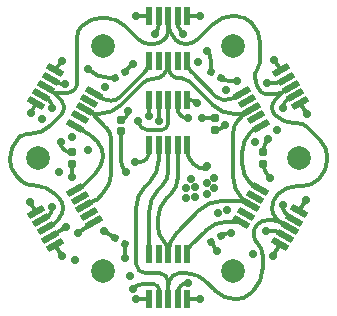
<source format=gtl>
G04*
G04 #@! TF.GenerationSoftware,Altium Limited,Altium Designer,22.7.1 (60)*
G04*
G04 Layer_Physical_Order=1*
G04 Layer_Color=16776960*
%FSLAX43Y43*%
%MOMM*%
G71*
G04*
G04 #@! TF.SameCoordinates,4835CE25-E48C-4DDB-B082-209FFF86AC7D*
G04*
G04*
G04 #@! TF.FilePolarity,Positive*
G04*
G01*
G75*
%ADD12C,0.300*%
%ADD23C,0.300*%
G04:AMPARAMS|DCode=24|XSize=1.5mm|YSize=0.55mm|CornerRadius=0.069mm|HoleSize=0mm|Usage=FLASHONLY|Rotation=90.000|XOffset=0mm|YOffset=0mm|HoleType=Round|Shape=RoundedRectangle|*
%AMROUNDEDRECTD24*
21,1,1.500,0.413,0,0,90.0*
21,1,1.363,0.550,0,0,90.0*
1,1,0.138,0.206,0.681*
1,1,0.138,0.206,-0.681*
1,1,0.138,-0.206,-0.681*
1,1,0.138,-0.206,0.681*
%
%ADD24ROUNDEDRECTD24*%
G04:AMPARAMS|DCode=25|XSize=1.5mm|YSize=0.55mm|CornerRadius=0.069mm|HoleSize=0mm|Usage=FLASHONLY|Rotation=30.000|XOffset=0mm|YOffset=0mm|HoleType=Round|Shape=RoundedRectangle|*
%AMROUNDEDRECTD25*
21,1,1.500,0.413,0,0,30.0*
21,1,1.363,0.550,0,0,30.0*
1,1,0.138,0.693,0.162*
1,1,0.138,-0.487,-0.519*
1,1,0.138,-0.693,-0.162*
1,1,0.138,0.487,0.519*
%
%ADD25ROUNDEDRECTD25*%
G04:AMPARAMS|DCode=26|XSize=1.5mm|YSize=0.55mm|CornerRadius=0.069mm|HoleSize=0mm|Usage=FLASHONLY|Rotation=330.000|XOffset=0mm|YOffset=0mm|HoleType=Round|Shape=RoundedRectangle|*
%AMROUNDEDRECTD26*
21,1,1.500,0.413,0,0,330.0*
21,1,1.363,0.550,0,0,330.0*
1,1,0.138,0.487,-0.519*
1,1,0.138,-0.693,0.162*
1,1,0.138,-0.487,0.519*
1,1,0.138,0.693,-0.162*
%
%ADD26ROUNDEDRECTD26*%
G04:AMPARAMS|DCode=27|XSize=0.61mm|YSize=0.6mm|CornerRadius=0.075mm|HoleSize=0mm|Usage=FLASHONLY|Rotation=212.000|XOffset=0mm|YOffset=0mm|HoleType=Round|Shape=RoundedRectangle|*
%AMROUNDEDRECTD27*
21,1,0.610,0.450,0,0,212.0*
21,1,0.460,0.600,0,0,212.0*
1,1,0.150,-0.314,0.069*
1,1,0.150,0.076,0.313*
1,1,0.150,0.314,-0.069*
1,1,0.150,-0.076,-0.313*
%
%ADD27ROUNDEDRECTD27*%
G04:AMPARAMS|DCode=28|XSize=0.61mm|YSize=0.6mm|CornerRadius=0.075mm|HoleSize=0mm|Usage=FLASHONLY|Rotation=90.000|XOffset=0mm|YOffset=0mm|HoleType=Round|Shape=RoundedRectangle|*
%AMROUNDEDRECTD28*
21,1,0.610,0.450,0,0,90.0*
21,1,0.460,0.600,0,0,90.0*
1,1,0.150,0.225,0.230*
1,1,0.150,0.225,-0.230*
1,1,0.150,-0.225,-0.230*
1,1,0.150,-0.225,0.230*
%
%ADD28ROUNDEDRECTD28*%
G04:AMPARAMS|DCode=29|XSize=0.61mm|YSize=0.6mm|CornerRadius=0.075mm|HoleSize=0mm|Usage=FLASHONLY|Rotation=150.000|XOffset=0mm|YOffset=0mm|HoleType=Round|Shape=RoundedRectangle|*
%AMROUNDEDRECTD29*
21,1,0.610,0.450,0,0,150.0*
21,1,0.460,0.600,0,0,150.0*
1,1,0.150,-0.087,0.310*
1,1,0.150,0.312,0.080*
1,1,0.150,0.087,-0.310*
1,1,0.150,-0.312,-0.080*
%
%ADD29ROUNDEDRECTD29*%
G04:AMPARAMS|DCode=30|XSize=0.61mm|YSize=0.6mm|CornerRadius=0.075mm|HoleSize=0mm|Usage=FLASHONLY|Rotation=210.000|XOffset=0mm|YOffset=0mm|HoleType=Round|Shape=RoundedRectangle|*
%AMROUNDEDRECTD30*
21,1,0.610,0.450,0,0,210.0*
21,1,0.460,0.600,0,0,210.0*
1,1,0.150,-0.312,0.080*
1,1,0.150,0.087,0.310*
1,1,0.150,0.312,-0.080*
1,1,0.150,-0.087,-0.310*
%
%ADD30ROUNDEDRECTD30*%
G04:AMPARAMS|DCode=31|XSize=0.61mm|YSize=0.6mm|CornerRadius=0.075mm|HoleSize=0mm|Usage=FLASHONLY|Rotation=329.000|XOffset=0mm|YOffset=0mm|HoleType=Round|Shape=RoundedRectangle|*
%AMROUNDEDRECTD31*
21,1,0.610,0.450,0,0,329.0*
21,1,0.460,0.600,0,0,329.0*
1,1,0.150,0.081,-0.311*
1,1,0.150,-0.313,-0.074*
1,1,0.150,-0.081,0.311*
1,1,0.150,0.313,0.074*
%
%ADD31ROUNDEDRECTD31*%
%ADD32C,2.000*%
%ADD33C,0.700*%
D12*
X5466Y2300D02*
G03*
X4500Y1900I0J-1366D01*
G01*
X6700Y1900D02*
G03*
X6300Y2300I-400J0D01*
G01*
X9200Y2400D02*
G03*
X8300Y1500I0J-900D01*
G01*
X4976Y12600D02*
G03*
X5700Y12900I0J1024D01*
G01*
D02*
G03*
X5900Y13383I-483J483D01*
G01*
X12466Y7558D02*
G03*
X10670Y6814I0J-2540D01*
G01*
X9414Y5558D02*
G03*
X9100Y4800I758J-758D01*
G01*
X13000Y11352D02*
G03*
X13744Y9556I2540J0D01*
G01*
X11952Y9300D02*
G03*
X10156Y8556I0J-2540D01*
G01*
X8244Y6644D02*
G03*
X7500Y4848I1796J-1796D01*
G01*
Y4993D02*
G03*
X7083Y6000I-1424J0D01*
G01*
X14038Y9262D02*
G03*
X14099Y9214I232J232D01*
G01*
D02*
G03*
X13653Y9300I-446J-1109D01*
G01*
X14178Y9179D02*
G03*
X14099Y9214I-525J-1074D01*
G01*
X14498Y8950D02*
G03*
X14178Y9179I-845J-845D01*
G01*
X6915Y15315D02*
G03*
X7500Y15900I0J585D01*
G01*
X4985Y16100D02*
G03*
X5770Y15315I785J0D01*
G01*
X3500Y16215D02*
G03*
X4100Y16815I0J600D01*
G01*
X14714Y10586D02*
G03*
X15304Y10342I590J590D01*
G01*
X13800Y12349D02*
G03*
X14400Y10900I2049J0D01*
G01*
X14427Y15067D02*
G03*
X13800Y13553I1514J-1514D01*
G01*
X15386Y15693D02*
G03*
X15077Y15565I0J-437D01*
G01*
X15380Y15699D02*
G03*
X14832Y15472I0J-774D01*
G01*
X1361Y18367D02*
G03*
X2700Y17812I1339J1339D01*
G01*
D02*
G03*
X3403Y18103I0J994D01*
G01*
X11989Y19750D02*
G03*
X12593Y19500I603J603D01*
G01*
X9956Y17599D02*
G03*
X9252Y17890I-704J-704D01*
G01*
X15575Y12475D02*
G03*
X16034Y11366I1569J0D01*
G01*
X16000Y14579D02*
G03*
X15575Y13553I1026J-1026D01*
G01*
X7500Y2500D02*
G03*
X6800Y3200I-700J0D01*
G01*
X7900Y3000D02*
G03*
X7500Y2034I966J-966D01*
G01*
X8383Y3200D02*
G03*
X7900Y3000I0J-683D01*
G01*
X11456Y1744D02*
G03*
X13252Y1000I1796J1796D01*
G01*
X10636Y2564D02*
G03*
X9100Y3200I-1536J-1536D01*
G01*
X16300Y8693D02*
G03*
X16649Y7851I1190J0D01*
G01*
X16953Y7547D02*
G03*
X16357Y7700I-596J-1086D01*
G01*
X17233Y7337D02*
G03*
X17562Y7265I329J718D01*
G01*
X17233Y7337D02*
G03*
X16953Y7547I-876J-876D01*
G01*
X15942Y7700D02*
G03*
X15075Y7341I0J-1226D01*
G01*
D02*
G03*
X14744Y6542I799J-799D01*
G01*
D02*
G03*
X15100Y5683I1216J0D01*
G01*
X15500Y4717D02*
G03*
X15100Y5683I-1366J0D01*
G01*
X13252Y1000D02*
G03*
X14494Y1514I0J1756D01*
G01*
X14756Y1776D02*
G03*
X15500Y3573I-1796J1796D01*
G01*
X16800Y9900D02*
G03*
X16300Y8693I1207J-1207D01*
G01*
X18490Y10600D02*
G03*
X16800Y9900I0J-2390D01*
G01*
X18900Y10600D02*
G03*
X20266Y11166I0J1931D01*
G01*
X17333Y6414D02*
G03*
X16400Y6800I-933J-933D01*
G01*
X17200Y8950D02*
G03*
X17510Y8202I1058J0D01*
G01*
X17813Y7898D02*
G03*
X18189Y7743I376J376D01*
G01*
X17813Y7899D02*
G03*
X17813Y7898I376J376D01*
G01*
X16560Y17855D02*
G03*
X16300Y17227I629J-629D01*
G01*
X17643Y18769D02*
G03*
X17355Y18650I0J-408D01*
G01*
X16674Y18360D02*
G03*
X17070Y18524I0J560D01*
G01*
X14900Y19682D02*
G03*
X15380Y18524I1637J0D01*
G01*
D02*
G03*
X15776Y18360I396J396D01*
G01*
X15100Y20600D02*
G03*
X14900Y20117I483J-483D01*
G01*
X15100Y20600D02*
G03*
X15298Y21078I-478J478D01*
G01*
Y22665D02*
G03*
X14580Y24400I-2454J0D01*
G01*
X16300Y17227D02*
G03*
X16560Y16600I886J0D01*
G01*
D02*
G03*
X18250Y15900I1690J1690D01*
G01*
X19236Y15607D02*
G03*
X18528Y15900I-708J-708D01*
G01*
X17412Y17711D02*
G03*
X17200Y17200I511J-511D01*
G01*
X18270Y18292D02*
G03*
X17796Y18095I0J-672D01*
G01*
X16560Y19300D02*
G03*
X17470Y19677I0J1288D01*
G01*
X6234Y22600D02*
G03*
X7200Y23000I0J1366D01*
G01*
X7500Y24514D02*
G03*
X8146Y22954I2207J0D01*
G01*
X9000Y22600D02*
G03*
X10024Y23024I0J1449D01*
G01*
X8146Y22954D02*
G03*
X9000Y22600I854J854D01*
G01*
X13052Y25000D02*
G03*
X11256Y24256I0J-2540D01*
G01*
X8300Y24424D02*
G03*
X8600Y23700I1024J0D01*
G01*
X-2224Y18524D02*
G03*
X-1896Y18470I328J967D01*
G01*
X-2618Y18769D02*
G03*
X-2224Y18524I722J722D01*
G01*
X-1300Y17300D02*
G03*
X-1512Y17812I-724J0D01*
G01*
X4976Y23024D02*
G03*
X6000Y22600I1024J1025D01*
G01*
X3894Y24106D02*
G03*
X2098Y24850I-1796J-1796D01*
G01*
X7200Y23000D02*
G03*
X7500Y23724I-724J724D01*
G01*
X6400Y23500D02*
G03*
X6700Y24224I-724J724D01*
G01*
X-386Y18769D02*
G03*
X-200Y19217I-448J448D01*
G01*
X-1108Y18470D02*
G03*
X-386Y18769I0J1021D01*
G01*
X1952Y24850D02*
G03*
X156Y24106I0J-2540D01*
G01*
D02*
G03*
X-200Y23247I859J-859D01*
G01*
X-2445Y19677D02*
G03*
X-1293Y19200I1152J1152D01*
G01*
X-1617Y16535D02*
G03*
X-1300Y17300I-765J765D01*
G01*
X-4204Y15000D02*
G03*
X-2408Y15744I0J2540D01*
G01*
X-4500Y15000D02*
G03*
X-5012Y14788I0J-724D01*
G01*
X-2300Y17200D02*
G03*
X-2583Y17883I-966J0D01*
G01*
X-2812Y18112D02*
G03*
X-3245Y18292I-433J-433D01*
G01*
X-2643Y7212D02*
G03*
X-2190Y7399I0J641D01*
G01*
X-2052Y9906D02*
G03*
X-3848Y10650I-1796J-1796D01*
G01*
X-4940Y11040D02*
G03*
X-4000Y10650I940J940D01*
G01*
X-1772Y7817D02*
G03*
X-1389Y8742I-925J925D01*
G01*
D02*
G03*
X-1743Y9598I-1210J0D01*
G01*
X-3270Y7689D02*
G03*
X-2754Y7903I0J730D01*
G01*
X-2613Y8044D02*
G03*
X-2300Y8800I-756J756D01*
G01*
X9100Y21150D02*
G03*
X9489Y20211I1328J0D01*
G01*
X7000Y10600D02*
G03*
X7500Y11807I-1207J1207D01*
G01*
X6644Y10244D02*
G03*
X5900Y8448I1796J-1796D01*
G01*
X5956Y10950D02*
G03*
X6700Y12747I-1796J1796D01*
G01*
X5544Y10538D02*
G03*
X4800Y8742I1796J-1796D01*
G01*
Y4000D02*
G03*
X5600Y3200I800J0D01*
G01*
X5511Y20211D02*
G03*
X5900Y21150I-939J939D01*
G01*
X13463Y16200D02*
G03*
X13000Y15083I1117J-1117D01*
G01*
X11289Y17444D02*
G03*
X13085Y16700I1796J1796D01*
G01*
X13651D02*
G03*
X14148Y16798I0J1313D01*
G01*
D02*
G03*
X14580Y17084I-497J1215D01*
G01*
X6400Y19700D02*
G03*
X7083Y19983I0J966D01*
G01*
X6400Y19700D02*
G03*
X5285Y19238I0J-1577D01*
G01*
X9269Y19464D02*
G03*
X8700Y19700I-569J-569D01*
G01*
X7800Y19983D02*
G03*
X8483Y19700I683J683D01*
G01*
X7500Y20707D02*
G03*
X7800Y19983I1024J0D01*
G01*
X7083D02*
G03*
X7500Y20990I-1007J1007D01*
G01*
X20266Y11166D02*
G03*
X21000Y12938I-1773J1773D01*
G01*
D02*
G03*
X20361Y14482I-2183J0D01*
G01*
X14580Y24400D02*
G03*
X13131Y25000I-1449J-1449D01*
G01*
X-5156Y14644D02*
G03*
X-5900Y12848I1796J-1796D01*
G01*
D02*
G03*
X-5300Y11400I2047J0D01*
G01*
X7382Y9582D02*
G03*
X6644Y7800I1782J-1782D01*
G01*
X7800Y10000D02*
G03*
X8300Y11207I-1207J1207D01*
G01*
X6644Y7060D02*
G03*
X7083Y6000I1498J0D01*
G01*
X3888Y20305D02*
G03*
X3865Y20250I56J-56D01*
G01*
X8300Y17215D02*
G03*
X9200Y16315I900J0D01*
G01*
X9100Y13700D02*
G03*
X10800Y12000I1700J0D01*
G01*
X12613Y6600D02*
G03*
X11982Y6338I0J-894D01*
G01*
X907Y16893D02*
G03*
X445Y17084I-461J-461D01*
G01*
X1063Y16737D02*
G03*
X1374Y16700I311J1275D01*
G01*
X2700Y14482D02*
G03*
X2263Y15537I-1492J0D01*
G01*
X1695Y16700D02*
G03*
X3491Y17444I0J2540D01*
G01*
X1956Y9956D02*
G03*
X2700Y11752I-1796J1796D01*
G01*
X800Y9122D02*
G03*
X1440Y9440I-152J1109D01*
G01*
X420Y8896D02*
G03*
X683Y9005I0J372D01*
G01*
X-380Y10282D02*
G03*
X250Y10543I0J891D01*
G01*
X2009Y13119D02*
G03*
X1529Y14278I-1638J-0D01*
G01*
X1277Y11569D02*
G03*
X2009Y13119I-1796J1796D01*
G01*
X11123Y21219D02*
G03*
X10800Y22000I-1104J0D01*
G01*
X11563Y18137D02*
G03*
X12135Y17900I571J571D01*
G01*
X12383D02*
G03*
X13774Y18476I0J1967D01*
G01*
X-1600Y14308D02*
G03*
X-733Y13440I867J0D01*
G01*
X11500Y15315D02*
G03*
X12134Y15578I0J897D01*
G01*
X706Y20494D02*
G03*
X2502Y19750I1796J1796D01*
G01*
X3500Y12822D02*
G03*
X3943Y11752I1513J0D01*
G01*
X5466Y2300D02*
X6300D01*
X6700Y1000D02*
Y1900D01*
X8300Y1000D02*
Y1500D01*
X4700Y12600D02*
X4976D01*
X5900Y13383D02*
Y14090D01*
X12466Y7558D02*
X13692D01*
X9414Y5558D02*
X10670Y6814D01*
X9100Y4800D02*
Y5052D01*
X11952Y9300D02*
X13653D01*
X8244Y6644D02*
X10156Y8556D01*
X7500Y4848D02*
Y4993D01*
Y4800D02*
Y4848D01*
X13744Y9556D02*
X14038Y9262D01*
X6700Y16100D02*
Y17890D01*
X5900Y16517D02*
Y17890D01*
X5770Y15315D02*
X6915D01*
X7500Y17890D02*
X7500D01*
X7500Y15900D02*
Y17890D01*
X3500Y16215D02*
X3615D01*
X4100Y16815D02*
Y16900D01*
X-600Y11352D02*
Y12440D01*
X14400Y10900D02*
X14714Y10586D01*
X13800Y12349D02*
Y13553D01*
X14427Y15067D02*
X14832Y15472D01*
X15077Y15565D02*
X15077Y15565D01*
X1251Y18476D02*
X1361Y18367D01*
X3403Y18103D02*
X5511Y20211D01*
X10400Y16315D02*
X11500D01*
X9100Y17890D02*
X9252D01*
X3865Y4500D02*
X3872Y4507D01*
Y5683D01*
X16034Y11366D02*
X16100Y11300D01*
X15575Y13475D02*
Y13553D01*
X7500Y2034D02*
Y2500D01*
Y1000D02*
Y2034D01*
X8383Y3200D02*
X9100D01*
X10636Y2564D02*
X11456Y1744D01*
X4800Y1000D02*
X5900Y1000D01*
X9100Y1000D02*
X10200Y1000D01*
X16649Y7851D02*
X16953Y7547D01*
X17562Y7265D01*
X15942Y7700D02*
X16357D01*
X15500Y3573D02*
Y4717D01*
X14494Y1514D02*
X14756Y1776D01*
X18490Y10600D02*
X18900D01*
X15800Y6800D02*
X16400D01*
X17333Y6414D02*
X17389Y6357D01*
X17813Y7899D02*
X17813Y7898D01*
X17510Y8202D02*
X17813Y7899D01*
X16400Y4700D02*
X16989Y5664D01*
X18589Y8436D02*
X19200Y9366D01*
X15776Y18360D02*
X16674D01*
X16560Y17855D02*
X17355Y18650D01*
X14900Y19682D02*
Y20117D01*
X15298Y21078D02*
Y22665D01*
X18250Y15900D02*
X18528D01*
X17412Y17711D02*
X17796Y18095D01*
X15900Y19300D02*
X16560D01*
X18670Y17599D02*
X19300Y16700D01*
X16500Y21300D02*
X17070Y20370D01*
X7500Y24514D02*
Y24950D01*
Y23724D02*
Y24514D01*
X10024Y23024D02*
X11256Y24256D01*
X8300Y24424D02*
Y24950D01*
X8600Y23700D02*
X8800Y23500D01*
X9100Y24950D02*
X10200D01*
X-2224Y18524D02*
X-1512Y17812D01*
X-1896Y18470D02*
X-1108D01*
X6000Y22600D02*
X6234D01*
X3894Y24106D02*
X4976Y23024D01*
X6700Y24224D02*
Y24950D01*
X4800D02*
X5900D01*
X-200Y19217D02*
Y23247D01*
X-1293Y19200D02*
X-1200D01*
X-2045Y20370D02*
X-1451Y21200D01*
X-2408Y15744D02*
X-1617Y16535D01*
X-4500Y15000D02*
X-4204D01*
X-2583Y17883D02*
X-2583Y17883D01*
X-2812Y18112D02*
X-2583Y17883D01*
X-4100Y16798D02*
X-3645Y17599D01*
X-2052Y9906D02*
X-1743Y9598D01*
X-4000Y10650D02*
X-3848D01*
X-2190Y7399D02*
X-1772Y7817D01*
X-2754Y7903D02*
X-2613Y8044D01*
X-4200Y9200D02*
X-3670Y8382D01*
X-112Y6600D02*
X1220Y7511D01*
X-2070Y5611D02*
X-1500Y4700D01*
X-2470Y6303D02*
X-1141Y7100D01*
X8300Y11207D02*
Y14090D01*
X7500Y11807D02*
Y14090D01*
X6644Y10244D02*
X7000Y10600D01*
X5900Y4800D02*
Y8448D01*
X6700Y12747D02*
Y14090D01*
X5544Y10538D02*
X5956Y10950D01*
X4800Y4000D02*
Y8742D01*
X5600Y3200D02*
X6800D01*
X3491Y17444D02*
X5285Y19238D01*
X13000Y11352D02*
Y15083D01*
X13463Y16200D02*
X13780Y16517D01*
X9269Y19464D02*
X11289Y17444D01*
X13085Y16700D02*
X13651D01*
X13780Y16517D02*
X14148Y16798D01*
X8483Y19700D02*
X8700D01*
X7500Y20707D02*
Y20990D01*
Y21150D01*
X19236Y15607D02*
X20361Y14482D01*
X13052Y25000D02*
X13131D01*
X1952Y24850D02*
X2098D01*
X-5156Y14644D02*
X-5012Y14788D01*
X-5300Y11400D02*
X-4940Y11040D01*
X7382Y9582D02*
X7800Y10000D01*
X6644Y7060D02*
Y7800D01*
X3888Y20305D02*
X4500Y20918D01*
X12593Y19500D02*
X13300D01*
X8300Y17215D02*
Y17890D01*
X9100Y13700D02*
Y14090D01*
X2100Y6742D02*
X3014Y6198D01*
X12613Y6600D02*
X12800D01*
X11133Y5808D02*
X11600Y5100D01*
X907Y16893D02*
X1063Y16737D01*
X2263Y15537D01*
X1374Y16700D02*
X1695D01*
X2700Y11752D02*
Y14482D01*
X1440Y9440D02*
X1956Y9956D01*
X683Y9005D02*
X800Y9122D01*
X250Y10543D02*
X1277Y11569D01*
X-355Y15699D02*
X907Y14900D01*
X1529Y14278D01*
X11123Y20250D02*
Y21219D01*
X9489Y20211D02*
X11563Y18137D01*
X12135Y17900D02*
X12383D01*
X-733Y13440D02*
X-600D01*
X12134Y15578D02*
X12300Y15744D01*
X700Y20500D02*
X706Y20494D01*
X2502Y19750D02*
X2999D01*
X3500Y12822D02*
Y15215D01*
D23*
X15077Y15565D02*
D03*
X10024Y23024D02*
D03*
X-1617Y16535D02*
D03*
X-2583Y17883D02*
D03*
D24*
X6700Y17890D02*
D03*
X8300Y17890D02*
D03*
X7500Y17890D02*
D03*
X9100Y17890D02*
D03*
X5900Y17890D02*
D03*
X9100Y14090D02*
D03*
X5900Y14090D02*
D03*
X7500Y14090D02*
D03*
X6700Y14090D02*
D03*
X8300Y14090D02*
D03*
X8300Y21150D02*
D03*
X6700D02*
D03*
X7500D02*
D03*
X5900Y21150D02*
D03*
X9100Y21150D02*
D03*
X5900Y24950D02*
D03*
X9100D02*
D03*
X7500D02*
D03*
X8300D02*
D03*
X6700D02*
D03*
X6700Y4800D02*
D03*
X8300Y4800D02*
D03*
X7500Y4800D02*
D03*
X9100D02*
D03*
X5900Y4800D02*
D03*
X9100Y1000D02*
D03*
X5900Y1000D02*
D03*
X7500Y1000D02*
D03*
X6700Y1000D02*
D03*
X8300Y1000D02*
D03*
D25*
X20Y9589D02*
D03*
X820Y8203D02*
D03*
X420Y8896D02*
D03*
X1220Y7511D02*
D03*
X-380Y10282D02*
D03*
X-2070Y5611D02*
D03*
X-3670Y8382D02*
D03*
X-2870Y6996D02*
D03*
X-3270Y7689D02*
D03*
X-2470Y6303D02*
D03*
X14980Y16392D02*
D03*
X14180Y17777D02*
D03*
X14580Y17084D02*
D03*
X13780Y18470D02*
D03*
X15380Y15699D02*
D03*
X17070Y20370D02*
D03*
X18670Y17599D02*
D03*
X17870Y18984D02*
D03*
X18270Y18292D02*
D03*
X17470Y19677D02*
D03*
D26*
X845Y17777D02*
D03*
X45Y16392D02*
D03*
X445Y17084D02*
D03*
X-355Y15699D02*
D03*
X1245Y18470D02*
D03*
X-3645Y17599D02*
D03*
X-2045Y20370D02*
D03*
X-2845Y18984D02*
D03*
X-2445Y19677D02*
D03*
X-3245Y18292D02*
D03*
X14098Y8257D02*
D03*
X14898Y9643D02*
D03*
X14498Y8950D02*
D03*
X15298Y10336D02*
D03*
X13698Y7564D02*
D03*
X18589Y8436D02*
D03*
X16989Y5664D02*
D03*
X17789Y7050D02*
D03*
X17389Y6357D02*
D03*
X18189Y7743D02*
D03*
D27*
X11133Y5808D02*
D03*
X11982Y6338D02*
D03*
D28*
X15575Y13475D02*
D03*
Y12475D02*
D03*
X-600Y12440D02*
D03*
X-600Y13440D02*
D03*
X3500Y15215D02*
D03*
X3500Y16215D02*
D03*
X11500Y16315D02*
D03*
Y15315D02*
D03*
D29*
X11123Y20250D02*
D03*
X11989Y19750D02*
D03*
D30*
X2999Y19750D02*
D03*
X3865Y20250D02*
D03*
D31*
X3872Y5683D02*
D03*
X3014Y6198D02*
D03*
D32*
X-3488Y12939D02*
D03*
X2021Y3397D02*
D03*
X13038Y3397D02*
D03*
X18547Y12939D02*
D03*
X13039Y22481D02*
D03*
X2021Y22481D02*
D03*
D33*
X11404Y11300D02*
D03*
X10800Y10850D02*
D03*
X9414Y11200D02*
D03*
X4500Y1900D02*
D03*
X4300Y3000D02*
D03*
X9200Y2400D02*
D03*
X4700Y12600D02*
D03*
X12500Y8600D02*
D03*
X11740Y8300D02*
D03*
X11394Y10400D02*
D03*
X9756Y10500D02*
D03*
X8983Y10400D02*
D03*
X9756Y9700D02*
D03*
X8983Y9589D02*
D03*
X6700Y16100D02*
D03*
X5900Y16517D02*
D03*
X4985Y16100D02*
D03*
X-1700Y11800D02*
D03*
X14900Y14300D02*
D03*
X10400Y16315D02*
D03*
X9956Y17599D02*
D03*
X9200Y16315D02*
D03*
X3865Y4500D02*
D03*
X2100Y6742D02*
D03*
X16100Y11300D02*
D03*
X16000Y14579D02*
D03*
X13300Y19500D02*
D03*
X-1600Y14308D02*
D03*
X-600Y11352D02*
D03*
X4800Y1000D02*
D03*
X10200D02*
D03*
X15800Y6800D02*
D03*
X17200Y8950D02*
D03*
X16400Y4700D02*
D03*
X19200Y9366D02*
D03*
X17200Y17200D02*
D03*
X15900Y19300D02*
D03*
X19300Y16700D02*
D03*
X16500Y21300D02*
D03*
X8800Y23500D02*
D03*
X10200Y24950D02*
D03*
X6400Y23500D02*
D03*
X4800Y24950D02*
D03*
X-1200Y19200D02*
D03*
X-1451Y21200D02*
D03*
X-2300Y17200D02*
D03*
X-4100Y16798D02*
D03*
X-2300Y8800D02*
D03*
X-4200Y9200D02*
D03*
X-112Y6600D02*
D03*
X-1500Y4700D02*
D03*
X-1141Y7100D02*
D03*
X4500Y20918D02*
D03*
X12300Y15744D02*
D03*
X10800Y12300D02*
D03*
X-386Y4300D02*
D03*
X12800Y6600D02*
D03*
X14700Y4800D02*
D03*
X11600Y5100D02*
D03*
X10821Y9900D02*
D03*
X700Y13600D02*
D03*
X10800Y22000D02*
D03*
X10065Y21100D02*
D03*
X12400Y18700D02*
D03*
X-653Y14700D02*
D03*
X-3200Y16300D02*
D03*
X16753Y15300D02*
D03*
X4100Y16900D02*
D03*
X700Y20500D02*
D03*
X2200Y19000D02*
D03*
X3943Y11752D02*
D03*
M02*

</source>
